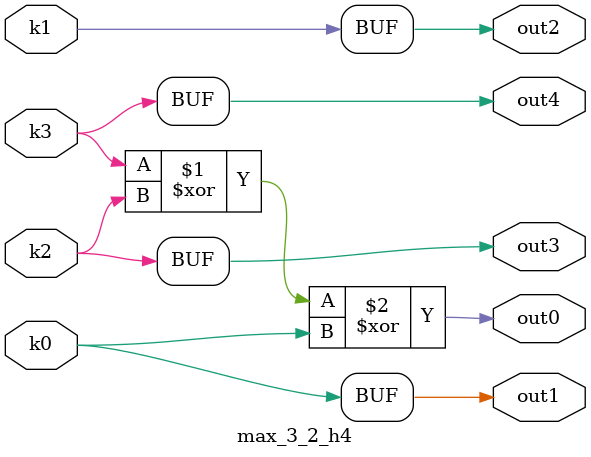
<source format=v>
module max_3_2(pi00, pi01, pi02, pi03, pi04, pi05, pi06, pi07, pi08, pi09, po0, po1, po2, po3, po4);
input pi00, pi01, pi02, pi03, pi04, pi05, pi06, pi07, pi08, pi09;
output po0, po1, po2, po3, po4;
wire k0, k1, k2, k3;
max_3_2_w4 DUT1 (pi00, pi01, pi02, pi03, pi04, pi05, pi06, pi07, pi08, pi09, k0, k1, k2, k3);
max_3_2_h4 DUT2 (k0, k1, k2, k3, po0, po1, po2, po3, po4);
endmodule

module max_3_2_w4(in9, in8, in7, in6, in5, in4, in3, in2, in1, in0, k3, k2, k1, k0);
input in9, in8, in7, in6, in5, in4, in3, in2, in1, in0;
output k3, k2, k1, k0;
assign k0 =   in2 ? ~in8 : ~in5;
assign k1 =   in2 ? ~in9 : ~in6;
assign k2 =   (in1 | ((((in9 | (in0 & ~in6)) & (in0 | ~in6)) | (in7 & ~in4) | (in8 & ~in5)) & (in8 | ~in5 | (in7 & ~in4)))) & ~in3 & (in7 | ~in4);
assign k3 =   (in9 | ~in6) & (in8 | ~in5);
endmodule

module max_3_2_h4(k3, k2, k1, k0, out4, out3, out2, out1, out0);
input k3, k2, k1, k0;
output out4, out3, out2, out1, out0;
assign out0 = k3 ^ k2 ^ k0;
assign out1 = k0;
assign out2 = k1;
assign out3 = k2;
assign out4 = k3;
endmodule

</source>
